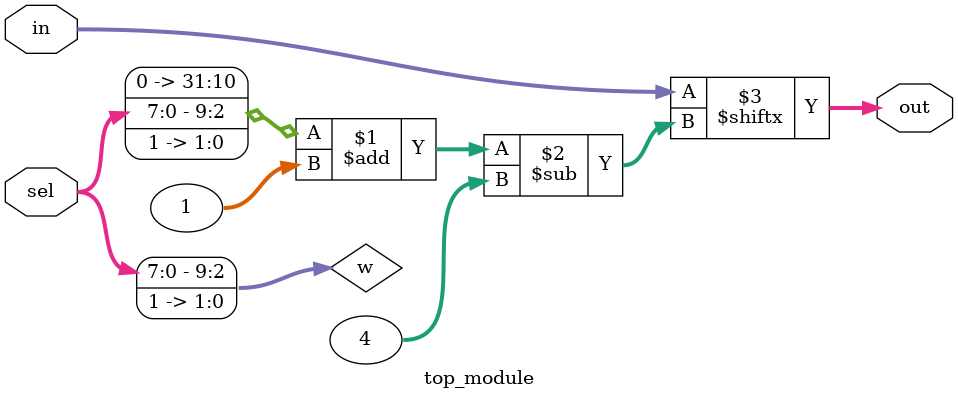
<source format=v>
module top_module( 
    input [1023:0] in,
    input [7:0] sel,
    output [3:0] out );
    wire [9:0] w ; 
    assign w = {sel, 2'b11}; 
    assign out = in[w -: 4];
endmodule

</source>
